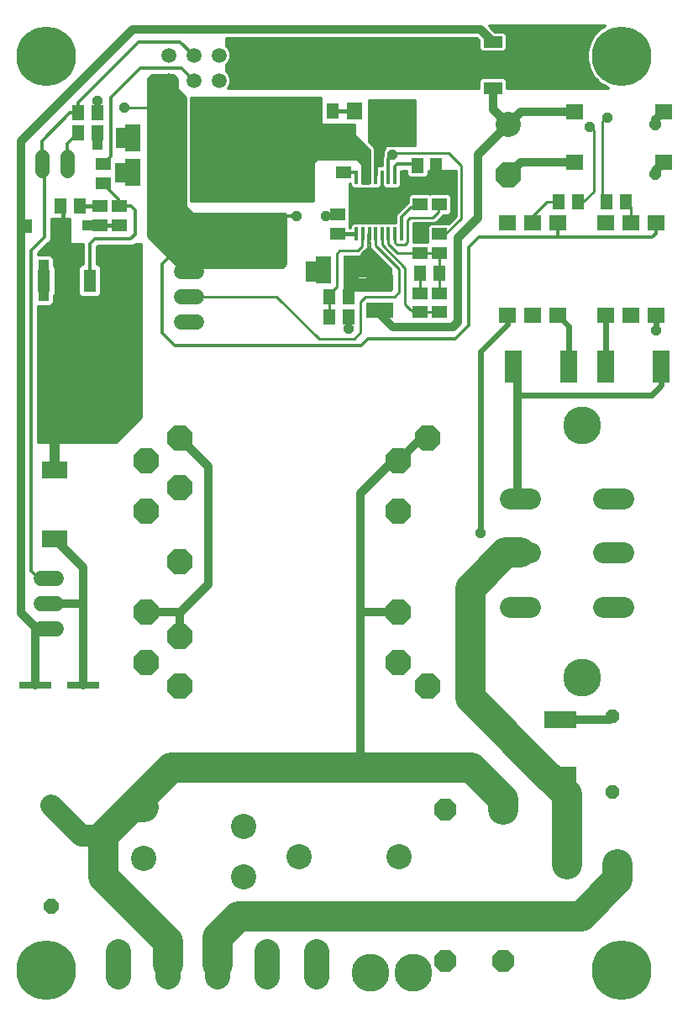
<source format=gtl>
G75*
G70*
%OFA0B0*%
%FSLAX24Y24*%
%IPPOS*%
%LPD*%
%AMOC8*
5,1,8,0,0,1.08239X$1,22.5*
%
%ADD10C,0.1000*%
%ADD11OC8,0.1000*%
%ADD12R,0.0669X0.0591*%
%ADD13R,0.0591X0.0512*%
%ADD14R,0.0512X0.0591*%
%ADD15R,0.0551X0.0551*%
%ADD16R,0.0140X0.0560*%
%ADD17R,0.0800X0.0800*%
%ADD18OC8,0.1181*%
%ADD19R,0.0630X0.1063*%
%ADD20R,0.2165X0.1969*%
%ADD21C,0.0594*%
%ADD22C,0.1000*%
%ADD23OC8,0.0885*%
%ADD24R,0.0630X0.0710*%
%ADD25R,0.1063X0.0630*%
%ADD26C,0.0825*%
%ADD27R,0.0709X0.1260*%
%ADD28R,0.1260X0.0709*%
%ADD29OC8,0.0560*%
%ADD30OC8,0.0760*%
%ADD31C,0.1502*%
%ADD32R,0.0701X0.0598*%
%ADD33R,0.0984X0.0709*%
%ADD34C,0.0594*%
%ADD35R,0.0480X0.0880*%
%ADD36R,0.1417X0.0866*%
%ADD37R,0.1280X0.0300*%
%ADD38R,0.0750X0.0450*%
%ADD39R,0.1250X0.2000*%
%ADD40OC8,0.0600*%
%ADD41C,0.0560*%
%ADD42C,0.1200*%
%ADD43C,0.0320*%
%ADD44C,0.0860*%
%ADD45C,0.0100*%
%ADD46C,0.0070*%
%ADD47C,0.0140*%
%ADD48C,0.0120*%
%ADD49R,0.0396X0.0396*%
%ADD50C,0.0160*%
%ADD51OC8,0.0396*%
%ADD52C,0.2362*%
%ADD53C,0.0240*%
%ADD54C,0.1500*%
%ADD55C,0.0200*%
%ADD56C,0.0400*%
%ADD57OC8,0.0436*%
D10*
X012044Y011426D03*
X012044Y013451D03*
X015981Y012703D03*
X015981Y010678D03*
X018212Y011487D03*
X022149Y011487D03*
X026497Y040528D03*
D11*
X026497Y038528D03*
X023309Y028098D03*
X022137Y027177D03*
X022137Y025177D03*
X022137Y021177D03*
X022137Y019177D03*
X023309Y018256D03*
X013466Y018256D03*
X012137Y019177D03*
X013466Y020224D03*
X012137Y021177D03*
X013466Y023177D03*
X012137Y025177D03*
X013466Y026130D03*
X012137Y027177D03*
X013466Y028098D03*
D12*
X029116Y039023D03*
X029116Y041031D03*
X032659Y041031D03*
X032659Y039023D03*
D13*
X023762Y038101D03*
X023762Y037353D03*
X022987Y037353D03*
X022987Y038101D03*
X022987Y036176D03*
X022987Y035428D03*
X023762Y035428D03*
X023762Y036176D03*
X023762Y033826D03*
X023762Y033078D03*
X022987Y033078D03*
X022987Y033826D03*
X019737Y036203D03*
X019737Y036951D03*
X019962Y038628D03*
X019962Y039376D03*
X011062Y037276D03*
X011062Y036528D03*
X010287Y036528D03*
X010287Y037276D03*
X010437Y038203D03*
X010437Y038951D03*
D14*
X010186Y040202D03*
X009438Y040202D03*
X009438Y040977D03*
X010186Y040977D03*
X009486Y037277D03*
X008738Y037277D03*
X018788Y041052D03*
X019536Y041052D03*
X022888Y038902D03*
X023636Y038902D03*
X023751Y034627D03*
X023003Y034627D03*
X020161Y033677D03*
X020161Y032902D03*
X019413Y032902D03*
X019413Y033677D03*
X028513Y037452D03*
X029261Y037452D03*
X030413Y037452D03*
X031161Y037452D03*
D15*
X021410Y040177D03*
X019914Y040177D03*
X008835Y036502D03*
X007339Y036502D03*
D16*
X020462Y036182D03*
X020722Y036182D03*
X020982Y036182D03*
X021232Y036182D03*
X021492Y036182D03*
X021742Y036182D03*
X022002Y036182D03*
X022262Y036182D03*
X022262Y038422D03*
X022002Y038422D03*
X021742Y038422D03*
X021492Y038422D03*
X021232Y038422D03*
X020982Y038422D03*
X020722Y038422D03*
X020462Y038422D03*
D17*
X021362Y037302D03*
D18*
X021362Y037302D03*
D19*
X020263Y034752D03*
X019161Y034752D03*
X012713Y038627D03*
X011611Y038627D03*
X011611Y040002D03*
X012713Y040002D03*
D20*
X016637Y039400D03*
X016637Y036054D03*
D21*
X014134Y034702D02*
X013540Y034702D01*
X013540Y033702D02*
X014134Y033702D01*
X014134Y032702D02*
X013540Y032702D01*
X008559Y022527D02*
X007965Y022527D01*
X007965Y021527D02*
X008559Y021527D01*
X008559Y020527D02*
X007965Y020527D01*
D22*
X011037Y007727D02*
X011037Y006727D01*
X013006Y006727D02*
X013006Y007727D01*
X014974Y007727D02*
X014974Y006727D01*
X016943Y006727D02*
X016943Y007727D01*
X018911Y007727D02*
X018911Y006727D01*
D23*
X023992Y007362D03*
X026298Y007362D03*
X026298Y013362D03*
X023992Y013362D03*
D24*
X021522Y041052D03*
X020402Y041052D03*
D25*
X021387Y034253D03*
X021387Y033151D03*
D26*
X026550Y025702D02*
X027375Y025702D01*
X027375Y023552D02*
X026550Y023552D01*
X026550Y021402D02*
X027375Y021402D01*
X030250Y021402D02*
X031075Y021402D01*
X031075Y023552D02*
X030250Y023552D01*
X030250Y025702D02*
X031075Y025702D01*
D27*
X030360Y030927D03*
X028890Y030927D03*
X026685Y030927D03*
X032565Y030927D03*
D28*
X028562Y016930D03*
X028562Y014725D03*
D29*
X030637Y014052D03*
X030637Y017052D03*
D30*
X030837Y011202D03*
X028837Y011202D03*
D31*
X029437Y018577D03*
X029437Y028577D03*
D32*
X030362Y032948D03*
X031362Y032948D03*
X032362Y032948D03*
X032362Y036606D03*
X031362Y036606D03*
X030362Y036606D03*
X028462Y036606D03*
X027462Y036606D03*
X026462Y036606D03*
X026462Y032948D03*
X027462Y032948D03*
X028462Y032948D03*
D33*
X008487Y026810D03*
X008487Y024094D03*
D34*
X013025Y042246D03*
X013025Y043246D03*
X014025Y043246D03*
X014025Y042246D03*
X015025Y042246D03*
X015025Y043246D03*
D35*
X009897Y034322D03*
X008987Y034322D03*
X008077Y034322D03*
D36*
X008987Y031882D03*
D37*
X009637Y018302D03*
X007737Y018302D03*
D38*
X025897Y041967D03*
X025897Y042877D03*
X025897Y043787D03*
D39*
X023627Y042877D03*
D40*
X008362Y013527D03*
X008362Y009527D03*
D41*
X007987Y038697D02*
X007987Y039257D01*
X008987Y039257D02*
X008987Y038697D01*
D42*
X024987Y022127D02*
X024987Y017777D01*
X028137Y014627D01*
X028159Y014630D02*
X028837Y013951D01*
X028837Y011202D01*
X030837Y010577D02*
X029387Y009127D01*
X015812Y009127D01*
X015662Y008977D01*
X015512Y008827D01*
X014974Y008289D01*
X014974Y007227D01*
X013006Y007227D02*
X013006Y008109D01*
X010437Y010677D01*
X010437Y012327D01*
X011561Y013451D01*
X013137Y015027D01*
X020612Y015027D01*
X025037Y015027D01*
X026298Y013767D01*
X026298Y013362D01*
X030837Y011202D02*
X030837Y010577D01*
X024987Y022127D02*
X026412Y023552D01*
X026962Y023552D01*
X012044Y013451D02*
X011561Y013451D01*
D43*
X009637Y018302D02*
X009637Y021477D01*
X009587Y021527D01*
X008262Y021527D01*
X008262Y020527D02*
X007787Y020527D01*
X007737Y020577D01*
X007737Y018302D01*
X007737Y020577D02*
X007162Y021152D01*
X007162Y036502D01*
X007162Y039852D01*
X011587Y044277D01*
X025412Y044277D01*
X025902Y043787D01*
X025897Y043787D01*
X025897Y041967D02*
X025897Y041128D01*
X026497Y040528D01*
X027000Y041031D01*
X029116Y041031D01*
X029116Y039023D02*
X026992Y039023D01*
X026497Y038528D01*
X025312Y039327D02*
X026512Y040527D01*
X025312Y039327D02*
X025312Y036827D01*
X024512Y036027D01*
X024512Y032702D01*
X024287Y032477D01*
X021937Y032477D01*
X021312Y033102D01*
X021387Y033202D01*
X021387Y033151D01*
X023059Y028098D02*
X022137Y027177D01*
X021922Y027177D01*
X020647Y025902D01*
X020647Y021102D01*
X020722Y021177D01*
X022137Y021177D01*
X020647Y021102D02*
X020647Y015061D01*
X020612Y015027D01*
X013466Y021156D02*
X014612Y022302D01*
X014612Y026952D01*
X013466Y028098D01*
X008487Y024102D02*
X009637Y022952D01*
X009637Y021477D01*
X008487Y024077D02*
X008487Y024102D01*
X012137Y021177D02*
X013441Y021177D01*
X013466Y021152D01*
X013466Y021156D01*
X013466Y021152D02*
X013466Y020224D01*
X023059Y028098D02*
X023309Y028098D01*
X026685Y030927D02*
X026862Y030750D01*
X026862Y029752D01*
X026862Y025802D01*
X026962Y025702D01*
X028562Y016930D02*
X030515Y016930D01*
X030637Y017052D01*
X028562Y014725D02*
X028562Y014677D01*
X028159Y014630D01*
X028137Y014627D01*
X032337Y038552D02*
X032337Y038702D01*
X032659Y039023D01*
X032337Y040527D02*
X032337Y040710D01*
X032659Y041031D01*
X016637Y039400D02*
X016510Y039400D01*
D44*
X008362Y013527D02*
X009562Y012327D01*
X010437Y012327D01*
D45*
X010937Y027927D02*
X007832Y027927D01*
X007832Y033319D01*
X008347Y033319D01*
X008470Y033442D01*
X008470Y033738D01*
X008527Y033795D01*
X009447Y033795D01*
X009570Y033672D01*
X010224Y033672D01*
X010347Y033795D01*
X011937Y033795D01*
X011937Y033697D02*
X010249Y033697D01*
X010347Y033795D02*
X010347Y034849D01*
X010224Y034972D01*
X010157Y034972D01*
X010157Y035665D01*
X010199Y035707D01*
X011566Y035707D01*
X011665Y035748D01*
X011719Y035802D01*
X011937Y035802D01*
X011937Y028927D01*
X010937Y027927D01*
X010994Y027984D02*
X007832Y027984D01*
X007832Y028082D02*
X011092Y028082D01*
X011191Y028181D02*
X007832Y028181D01*
X007832Y028279D02*
X011289Y028279D01*
X011388Y028378D02*
X007832Y028378D01*
X007832Y028476D02*
X011486Y028476D01*
X011585Y028575D02*
X007832Y028575D01*
X007832Y028673D02*
X011683Y028673D01*
X011782Y028772D02*
X007832Y028772D01*
X007832Y028870D02*
X011880Y028870D01*
X011937Y028969D02*
X007832Y028969D01*
X007832Y029067D02*
X011937Y029067D01*
X011937Y029166D02*
X007832Y029166D01*
X007832Y029264D02*
X011937Y029264D01*
X011937Y029363D02*
X007832Y029363D01*
X007832Y029461D02*
X011937Y029461D01*
X011937Y029560D02*
X007832Y029560D01*
X007832Y029658D02*
X011937Y029658D01*
X011937Y029757D02*
X007832Y029757D01*
X007832Y029855D02*
X011937Y029855D01*
X011937Y029954D02*
X007832Y029954D01*
X007832Y030052D02*
X011937Y030052D01*
X011937Y030151D02*
X007832Y030151D01*
X007832Y030249D02*
X011937Y030249D01*
X011937Y030348D02*
X007832Y030348D01*
X007832Y030446D02*
X011937Y030446D01*
X011937Y030545D02*
X007832Y030545D01*
X007832Y030643D02*
X011937Y030643D01*
X011937Y030742D02*
X007832Y030742D01*
X007832Y030840D02*
X011937Y030840D01*
X011937Y030939D02*
X007832Y030939D01*
X007832Y031037D02*
X011937Y031037D01*
X011937Y031136D02*
X007832Y031136D01*
X007832Y031234D02*
X011937Y031234D01*
X011937Y031333D02*
X007832Y031333D01*
X007832Y031431D02*
X011937Y031431D01*
X011937Y031530D02*
X007832Y031530D01*
X007832Y031628D02*
X011937Y031628D01*
X011937Y031727D02*
X007832Y031727D01*
X007832Y031825D02*
X011937Y031825D01*
X011937Y031924D02*
X007832Y031924D01*
X007832Y032022D02*
X011937Y032022D01*
X011937Y032121D02*
X007832Y032121D01*
X007832Y032219D02*
X011937Y032219D01*
X011937Y032318D02*
X007832Y032318D01*
X007832Y032416D02*
X011937Y032416D01*
X011937Y032515D02*
X007832Y032515D01*
X007832Y032613D02*
X011937Y032613D01*
X011937Y032712D02*
X007832Y032712D01*
X007832Y032810D02*
X011937Y032810D01*
X011937Y032909D02*
X007832Y032909D01*
X007832Y033007D02*
X011937Y033007D01*
X011937Y033106D02*
X007832Y033106D01*
X007832Y033204D02*
X011937Y033204D01*
X011937Y033303D02*
X007832Y033303D01*
X008430Y033401D02*
X011937Y033401D01*
X011937Y033500D02*
X008470Y033500D01*
X008470Y033598D02*
X011937Y033598D01*
X011937Y033894D02*
X010347Y033894D01*
X010347Y033992D02*
X011937Y033992D01*
X011937Y034091D02*
X010347Y034091D01*
X010347Y034189D02*
X011937Y034189D01*
X011937Y034288D02*
X010347Y034288D01*
X010347Y034386D02*
X011937Y034386D01*
X011937Y034485D02*
X010347Y034485D01*
X010347Y034583D02*
X011937Y034583D01*
X011937Y034682D02*
X010347Y034682D01*
X010347Y034780D02*
X011937Y034780D01*
X011937Y034879D02*
X010318Y034879D01*
X010157Y034977D02*
X011937Y034977D01*
X011937Y035076D02*
X010157Y035076D01*
X010157Y035174D02*
X011937Y035174D01*
X011937Y035273D02*
X010157Y035273D01*
X010157Y035371D02*
X011937Y035371D01*
X011937Y035470D02*
X010157Y035470D01*
X010157Y035568D02*
X011937Y035568D01*
X011937Y035667D02*
X010159Y035667D01*
X009617Y035667D02*
X008084Y035667D01*
X008182Y035765D02*
X009617Y035765D01*
X009617Y035802D02*
X009617Y034972D01*
X009570Y034972D01*
X009447Y034849D01*
X009447Y033795D01*
X009447Y033894D02*
X008527Y033894D01*
X008527Y033992D02*
X009447Y033992D01*
X009447Y034091D02*
X008527Y034091D01*
X008527Y034189D02*
X009447Y034189D01*
X009447Y034288D02*
X008527Y034288D01*
X008527Y034386D02*
X009447Y034386D01*
X009447Y034485D02*
X008527Y034485D01*
X008527Y034583D02*
X009447Y034583D01*
X009447Y034682D02*
X008527Y034682D01*
X008527Y034780D02*
X009447Y034780D01*
X009477Y034879D02*
X008498Y034879D01*
X008470Y034906D02*
X008470Y035237D01*
X008347Y035360D01*
X007832Y035360D01*
X007832Y035415D01*
X008240Y035823D01*
X008316Y035899D01*
X008357Y035998D01*
X008357Y036802D01*
X009112Y036802D01*
X009112Y035802D01*
X009617Y035802D01*
X009617Y035568D02*
X007985Y035568D01*
X007887Y035470D02*
X009617Y035470D01*
X009617Y035371D02*
X007832Y035371D01*
X008281Y035864D02*
X009112Y035864D01*
X009112Y035962D02*
X008342Y035962D01*
X008357Y036061D02*
X009112Y036061D01*
X009112Y036159D02*
X008357Y036159D01*
X008357Y036258D02*
X009112Y036258D01*
X009112Y036356D02*
X008357Y036356D01*
X008357Y036455D02*
X009112Y036455D01*
X009112Y036553D02*
X008357Y036553D01*
X008357Y036652D02*
X009112Y036652D01*
X009112Y036750D02*
X008357Y036750D01*
X008435Y035273D02*
X009617Y035273D01*
X009617Y035174D02*
X008470Y035174D01*
X008470Y035076D02*
X009617Y035076D01*
X009617Y034977D02*
X008470Y034977D01*
X008470Y034906D02*
X008527Y034849D01*
X008527Y033795D01*
X008470Y033697D02*
X009546Y033697D01*
X011682Y035765D02*
X011937Y035765D01*
X012229Y036061D02*
X017662Y036061D01*
X017662Y036159D02*
X012212Y036159D01*
X012212Y036077D02*
X012212Y042352D01*
X012362Y042502D01*
X013187Y042502D01*
X013362Y042327D01*
X013362Y041927D01*
X013687Y041602D01*
X013687Y037252D01*
X013962Y036977D01*
X017512Y036977D01*
X017662Y036827D01*
X017662Y034977D01*
X017537Y034852D01*
X013437Y034852D01*
X012212Y036077D01*
X012327Y035962D02*
X017662Y035962D01*
X017662Y035864D02*
X012426Y035864D01*
X012524Y035765D02*
X017662Y035765D01*
X017662Y035667D02*
X012623Y035667D01*
X012721Y035568D02*
X017662Y035568D01*
X017662Y035470D02*
X012820Y035470D01*
X012918Y035371D02*
X017662Y035371D01*
X017662Y035273D02*
X013017Y035273D01*
X013115Y035174D02*
X017662Y035174D01*
X017662Y035076D02*
X013214Y035076D01*
X013312Y034977D02*
X017662Y034977D01*
X017564Y034879D02*
X013411Y034879D01*
X013837Y033702D02*
X017312Y033702D01*
X018987Y032027D01*
X020387Y032027D01*
X020637Y032277D01*
X020637Y033502D01*
X020837Y033702D01*
X021987Y033702D01*
X022162Y033877D01*
X022162Y034777D01*
X021232Y035707D01*
X021232Y036182D01*
X021237Y036182D01*
X021492Y036182D02*
X021492Y035747D01*
X022412Y034827D01*
X022412Y033402D01*
X022611Y033203D01*
X022612Y033202D02*
X022736Y033078D01*
X022987Y033078D01*
X023762Y033078D01*
X023762Y033826D02*
X023762Y034651D01*
X023751Y034627D01*
X023762Y034703D01*
X023762Y035428D01*
X022987Y035428D01*
X022111Y035428D01*
X021742Y035797D01*
X021742Y036182D01*
X022002Y036182D02*
X022002Y035837D01*
X022087Y035752D01*
X022412Y035752D01*
X022512Y035852D01*
X022512Y036727D01*
X022612Y036827D01*
X023512Y036827D01*
X023737Y037052D01*
X023762Y037353D01*
X023930Y036927D02*
X024128Y036927D01*
X024228Y037027D01*
X024228Y037679D01*
X024128Y037779D01*
X023397Y037779D01*
X023375Y037757D01*
X023353Y037779D01*
X022622Y037779D01*
X022522Y037679D01*
X022522Y037437D01*
X022407Y037322D01*
X022032Y036947D01*
X020212Y036947D01*
X020212Y036849D02*
X022032Y036849D01*
X022032Y036947D02*
X022032Y036632D01*
X020322Y036632D01*
X020222Y036533D01*
X020222Y036427D01*
X020212Y036427D01*
X020212Y038177D01*
X020222Y038177D01*
X020222Y038072D01*
X020322Y037972D01*
X021373Y037972D01*
X021472Y038072D01*
X021472Y038177D01*
X021502Y038177D01*
X021502Y038072D01*
X021602Y037972D01*
X022143Y037972D01*
X022242Y038072D01*
X022242Y038177D01*
X022312Y038177D01*
X022312Y038677D01*
X022462Y038677D01*
X022462Y038536D01*
X022562Y038437D01*
X023215Y038437D01*
X023314Y038536D01*
X023314Y038677D01*
X024417Y038677D01*
X024417Y036893D01*
X024126Y036602D01*
X023397Y036602D01*
X023297Y036503D01*
X023297Y035854D01*
X022732Y035854D01*
X022732Y036607D01*
X023603Y036607D01*
X023886Y036890D01*
X023930Y036927D01*
X023845Y036849D02*
X024373Y036849D01*
X024417Y036947D02*
X024148Y036947D01*
X024228Y037046D02*
X024417Y037046D01*
X024417Y037144D02*
X024228Y037144D01*
X024228Y037243D02*
X024417Y037243D01*
X024417Y037341D02*
X024228Y037341D01*
X024228Y037440D02*
X024417Y037440D01*
X024417Y037538D02*
X024228Y037538D01*
X024228Y037637D02*
X024417Y037637D01*
X024417Y037735D02*
X024172Y037735D01*
X024417Y037834D02*
X020212Y037834D01*
X020212Y037932D02*
X024417Y037932D01*
X024417Y038031D02*
X022201Y038031D01*
X022242Y038129D02*
X024417Y038129D01*
X024417Y038228D02*
X022312Y038228D01*
X022312Y038326D02*
X024417Y038326D01*
X024417Y038425D02*
X022312Y038425D01*
X022312Y038523D02*
X022476Y038523D01*
X022462Y038622D02*
X022312Y038622D01*
X021912Y039302D02*
X022012Y039402D01*
X024137Y039402D01*
X024637Y038902D01*
X024637Y036802D01*
X024012Y036177D01*
X023812Y036177D01*
X023787Y036152D01*
X023297Y036159D02*
X022732Y036159D01*
X022732Y036061D02*
X023297Y036061D01*
X023297Y035962D02*
X022732Y035962D01*
X022732Y035864D02*
X023297Y035864D01*
X023297Y036258D02*
X022732Y036258D01*
X022732Y036356D02*
X023297Y036356D01*
X023297Y036455D02*
X022732Y036455D01*
X022732Y036553D02*
X023348Y036553D01*
X023648Y036652D02*
X024176Y036652D01*
X024274Y036750D02*
X023746Y036750D01*
X022522Y037440D02*
X020212Y037440D01*
X020212Y037538D02*
X022522Y037538D01*
X022522Y037637D02*
X020212Y037637D01*
X020212Y037735D02*
X022578Y037735D01*
X022426Y037341D02*
X020212Y037341D01*
X020212Y037243D02*
X022328Y037243D01*
X022229Y037144D02*
X020212Y037144D01*
X020212Y037046D02*
X022131Y037046D01*
X022032Y036750D02*
X020212Y036750D01*
X020212Y036652D02*
X022032Y036652D01*
X021543Y038031D02*
X021431Y038031D01*
X021472Y038129D02*
X021502Y038129D01*
X021252Y038527D02*
X021222Y038527D01*
X021222Y038773D01*
X021212Y038783D01*
X021212Y039602D01*
X020962Y039852D01*
X020962Y041502D01*
X022812Y041502D01*
X022812Y039702D01*
X021612Y039702D01*
X021612Y039548D01*
X021544Y039480D01*
X021544Y039298D01*
X021539Y039293D01*
X021502Y039205D01*
X021502Y038902D01*
X021312Y038902D01*
X021262Y038852D01*
X021262Y038783D01*
X021252Y038773D01*
X021252Y038527D01*
X021252Y038622D02*
X021222Y038622D01*
X021222Y038720D02*
X021252Y038720D01*
X021262Y038819D02*
X021212Y038819D01*
X021212Y038917D02*
X021502Y038917D01*
X021502Y039016D02*
X021212Y039016D01*
X021212Y039114D02*
X021502Y039114D01*
X021506Y039213D02*
X021212Y039213D01*
X021212Y039311D02*
X021544Y039311D01*
X021544Y039410D02*
X021212Y039410D01*
X021212Y039508D02*
X021573Y039508D01*
X021612Y039607D02*
X021208Y039607D01*
X021109Y039705D02*
X022812Y039705D01*
X022812Y039804D02*
X021011Y039804D01*
X020962Y039902D02*
X022812Y039902D01*
X022812Y040001D02*
X020962Y040001D01*
X020962Y040099D02*
X022812Y040099D01*
X022812Y040198D02*
X020962Y040198D01*
X020962Y040296D02*
X022812Y040296D01*
X022812Y040395D02*
X020962Y040395D01*
X020962Y040493D02*
X022812Y040493D01*
X022812Y040592D02*
X020962Y040592D01*
X020962Y040690D02*
X022812Y040690D01*
X022812Y040789D02*
X020962Y040789D01*
X020962Y040887D02*
X022812Y040887D01*
X022812Y040986D02*
X020962Y040986D01*
X020962Y041084D02*
X022812Y041084D01*
X022812Y041183D02*
X020962Y041183D01*
X020962Y041281D02*
X022812Y041281D01*
X022812Y041380D02*
X020962Y041380D01*
X020962Y041478D02*
X022812Y041478D01*
X020883Y039607D02*
X013912Y039607D01*
X013912Y039705D02*
X020784Y039705D01*
X020686Y039804D02*
X013912Y039804D01*
X013912Y039902D02*
X020587Y039902D01*
X020489Y040001D02*
X013912Y040001D01*
X013912Y040099D02*
X020390Y040099D01*
X020387Y040102D02*
X020987Y039502D01*
X020987Y038977D01*
X020962Y038952D01*
X020962Y038202D01*
X020712Y038202D01*
X020712Y038952D01*
X020512Y039152D01*
X018887Y039152D01*
X018762Y039027D01*
X018762Y037477D01*
X013912Y037477D01*
X013912Y041602D01*
X019062Y041602D01*
X019062Y040527D01*
X020387Y040527D01*
X020387Y040102D01*
X020387Y040198D02*
X013912Y040198D01*
X013912Y040296D02*
X020387Y040296D01*
X020387Y040395D02*
X013912Y040395D01*
X013912Y040493D02*
X020387Y040493D01*
X020981Y039508D02*
X013912Y039508D01*
X013912Y039410D02*
X020987Y039410D01*
X020987Y039311D02*
X013912Y039311D01*
X013912Y039213D02*
X020987Y039213D01*
X020987Y039114D02*
X020550Y039114D01*
X020649Y039016D02*
X020987Y039016D01*
X020962Y038917D02*
X020712Y038917D01*
X020712Y038819D02*
X020962Y038819D01*
X020962Y038720D02*
X020712Y038720D01*
X020712Y038622D02*
X020962Y038622D01*
X020962Y038523D02*
X020712Y038523D01*
X020712Y038425D02*
X020962Y038425D01*
X020962Y038326D02*
X020712Y038326D01*
X020712Y038228D02*
X020962Y038228D01*
X020263Y038031D02*
X020212Y038031D01*
X020212Y038129D02*
X020222Y038129D01*
X020212Y036553D02*
X020243Y036553D01*
X020222Y036455D02*
X020212Y036455D01*
X020712Y036202D02*
X020712Y036182D01*
X020712Y035702D01*
X020537Y035527D01*
X019812Y035527D01*
X019687Y035402D01*
X019687Y034077D01*
X019413Y033803D01*
X019413Y033677D01*
X019413Y032902D01*
X020161Y032902D02*
X020162Y032901D01*
X020162Y032427D01*
X019161Y034752D02*
X019036Y034877D01*
X018662Y034877D01*
X017662Y036258D02*
X012212Y036258D01*
X012212Y036356D02*
X017662Y036356D01*
X017662Y036455D02*
X012212Y036455D01*
X012212Y036553D02*
X017662Y036553D01*
X017662Y036652D02*
X012212Y036652D01*
X012212Y036750D02*
X017662Y036750D01*
X017641Y036849D02*
X012212Y036849D01*
X012212Y036947D02*
X017542Y036947D01*
X018762Y037538D02*
X013912Y037538D01*
X013912Y037637D02*
X018762Y037637D01*
X018762Y037735D02*
X013912Y037735D01*
X013912Y037834D02*
X018762Y037834D01*
X018762Y037932D02*
X013912Y037932D01*
X013912Y038031D02*
X018762Y038031D01*
X018762Y038129D02*
X013912Y038129D01*
X013912Y038228D02*
X018762Y038228D01*
X018762Y038326D02*
X013912Y038326D01*
X013912Y038425D02*
X018762Y038425D01*
X018762Y038523D02*
X013912Y038523D01*
X013912Y038622D02*
X018762Y038622D01*
X018762Y038720D02*
X013912Y038720D01*
X013912Y038819D02*
X018762Y038819D01*
X018762Y038917D02*
X013912Y038917D01*
X013912Y039016D02*
X018762Y039016D01*
X018849Y039114D02*
X013912Y039114D01*
X013687Y039114D02*
X012212Y039114D01*
X012212Y039016D02*
X013687Y039016D01*
X013687Y038917D02*
X012212Y038917D01*
X012212Y038819D02*
X013687Y038819D01*
X013687Y038720D02*
X012212Y038720D01*
X012212Y038622D02*
X013687Y038622D01*
X013687Y038523D02*
X012212Y038523D01*
X012212Y038425D02*
X013687Y038425D01*
X013687Y038326D02*
X012212Y038326D01*
X012212Y038228D02*
X013687Y038228D01*
X013687Y038129D02*
X012212Y038129D01*
X012212Y038031D02*
X013687Y038031D01*
X013687Y037932D02*
X012212Y037932D01*
X012212Y037834D02*
X013687Y037834D01*
X013687Y037735D02*
X012212Y037735D01*
X012212Y037637D02*
X013687Y037637D01*
X013687Y037538D02*
X012212Y037538D01*
X012212Y037440D02*
X013687Y037440D01*
X013687Y037341D02*
X012212Y037341D01*
X012212Y037243D02*
X013697Y037243D01*
X013795Y037144D02*
X012212Y037144D01*
X012212Y037046D02*
X013894Y037046D01*
X013687Y039213D02*
X012212Y039213D01*
X012212Y039311D02*
X013687Y039311D01*
X013687Y039410D02*
X012212Y039410D01*
X012212Y039508D02*
X013687Y039508D01*
X013687Y039607D02*
X012212Y039607D01*
X012212Y039705D02*
X013687Y039705D01*
X013687Y039804D02*
X012212Y039804D01*
X012212Y039902D02*
X013687Y039902D01*
X013687Y040001D02*
X012212Y040001D01*
X012212Y040099D02*
X013687Y040099D01*
X013687Y040198D02*
X012212Y040198D01*
X012212Y040296D02*
X013687Y040296D01*
X013687Y040395D02*
X012212Y040395D01*
X012212Y040493D02*
X013687Y040493D01*
X013687Y040592D02*
X012212Y040592D01*
X012212Y040690D02*
X013687Y040690D01*
X013687Y040789D02*
X012212Y040789D01*
X012212Y040887D02*
X013687Y040887D01*
X013687Y040986D02*
X012212Y040986D01*
X012212Y041084D02*
X013687Y041084D01*
X013687Y041183D02*
X012212Y041183D01*
X012212Y041281D02*
X013687Y041281D01*
X013687Y041380D02*
X012212Y041380D01*
X012212Y041478D02*
X013687Y041478D01*
X013687Y041577D02*
X012212Y041577D01*
X012212Y041675D02*
X013614Y041675D01*
X013516Y041774D02*
X012212Y041774D01*
X012212Y041872D02*
X013417Y041872D01*
X013362Y041971D02*
X012212Y041971D01*
X012212Y042069D02*
X013362Y042069D01*
X013362Y042168D02*
X012212Y042168D01*
X012212Y042266D02*
X013362Y042266D01*
X013325Y042365D02*
X012225Y042365D01*
X012323Y042463D02*
X013226Y042463D01*
X013912Y041577D02*
X019062Y041577D01*
X019062Y041478D02*
X013912Y041478D01*
X013912Y041380D02*
X019062Y041380D01*
X019062Y041281D02*
X013912Y041281D01*
X013912Y041183D02*
X019062Y041183D01*
X019062Y041084D02*
X013912Y041084D01*
X013912Y040986D02*
X019062Y040986D01*
X019062Y040887D02*
X013912Y040887D01*
X013912Y040789D02*
X019062Y040789D01*
X019062Y040690D02*
X013912Y040690D01*
X013912Y040592D02*
X019062Y040592D01*
X020712Y036182D02*
X020722Y036182D01*
X023003Y034627D02*
X023013Y033902D01*
X022987Y033826D01*
X023301Y038523D02*
X024417Y038523D01*
X024417Y038622D02*
X023314Y038622D01*
X027462Y036877D02*
X027462Y036606D01*
X027462Y036877D02*
X028038Y037453D01*
X028513Y037452D01*
X029261Y037452D02*
X029287Y037478D01*
X029513Y037478D01*
X029887Y037852D01*
X029887Y040277D01*
X029737Y040427D01*
X030237Y040652D02*
X030437Y040802D01*
X030237Y040652D02*
X030237Y037627D01*
X030412Y037452D01*
X030413Y037452D01*
X031161Y037452D02*
X031362Y037251D01*
X031362Y036606D01*
X012637Y041152D02*
X012587Y041202D01*
X011262Y041202D01*
X010187Y040978D02*
X010186Y040977D01*
X010187Y040978D02*
X010187Y041452D01*
D46*
X019987Y035277D02*
X019987Y033927D01*
X021862Y033927D01*
X021862Y034787D01*
X021027Y035622D01*
X021027Y035818D01*
X021007Y035838D01*
X021007Y036177D01*
X020947Y036177D01*
X020947Y035838D01*
X020917Y035808D01*
X020917Y035617D01*
X020742Y035442D01*
X020662Y035362D01*
X021288Y035362D01*
X021356Y035293D02*
X020662Y035293D01*
X020662Y035277D02*
X020662Y035362D01*
X020662Y035277D02*
X019987Y035277D01*
X019987Y035225D02*
X021425Y035225D01*
X021493Y035156D02*
X019987Y035156D01*
X019987Y035088D02*
X021562Y035088D01*
X021630Y035019D02*
X019987Y035019D01*
X019987Y034951D02*
X021699Y034951D01*
X021767Y034882D02*
X019987Y034882D01*
X019987Y034814D02*
X021836Y034814D01*
X021862Y034745D02*
X019987Y034745D01*
X019987Y034677D02*
X021862Y034677D01*
X021862Y034608D02*
X019987Y034608D01*
X019987Y034540D02*
X021862Y034540D01*
X021862Y034471D02*
X019987Y034471D01*
X019987Y034403D02*
X021862Y034403D01*
X021862Y034334D02*
X019987Y034334D01*
X019987Y034266D02*
X021862Y034266D01*
X021862Y034197D02*
X019987Y034197D01*
X019987Y034129D02*
X021862Y034129D01*
X021862Y034060D02*
X019987Y034060D01*
X019987Y033992D02*
X021862Y033992D01*
X021219Y035430D02*
X020730Y035430D01*
X020799Y035499D02*
X021151Y035499D01*
X021082Y035567D02*
X020867Y035567D01*
X020917Y035636D02*
X021027Y035636D01*
X021027Y035704D02*
X020917Y035704D01*
X020917Y035773D02*
X021027Y035773D01*
X021007Y035841D02*
X020947Y035841D01*
X020947Y035910D02*
X021007Y035910D01*
X021007Y035978D02*
X020947Y035978D01*
X020947Y036047D02*
X021007Y036047D01*
X021007Y036115D02*
X020947Y036115D01*
D47*
X020462Y036182D02*
X020392Y036182D01*
X020387Y036177D01*
X020462Y038422D02*
X020462Y038602D01*
X020436Y038628D01*
X019962Y038628D01*
X020722Y038422D02*
X020722Y039137D01*
X020737Y039152D01*
X021232Y038847D02*
X021312Y038927D01*
X021232Y038847D02*
X021232Y038422D01*
X021742Y038422D02*
X021742Y039157D01*
X021912Y039327D01*
D48*
X022112Y038952D02*
X022838Y038952D01*
X022888Y038902D01*
X022112Y038952D02*
X022002Y038842D01*
X022002Y038422D01*
X020982Y038422D02*
X020982Y038982D01*
X019737Y036951D02*
X019262Y036902D01*
X018087Y036902D02*
X017312Y036902D01*
X016462Y036052D01*
X016437Y036052D02*
X016412Y036027D01*
X016387Y036052D01*
X016637Y036054D01*
X016412Y036027D02*
X015862Y035477D01*
X015662Y035477D01*
X015687Y035452D01*
X013187Y035427D02*
X012762Y035002D01*
X012762Y032252D01*
X013262Y031752D01*
X020662Y031752D01*
X020937Y032027D01*
X024412Y032027D01*
X024937Y032552D01*
X024937Y035652D01*
X025337Y036052D01*
X028462Y036052D01*
X028462Y036606D01*
X028462Y036052D02*
X032212Y036052D01*
X032362Y036202D01*
X032362Y036602D01*
X030479Y041952D02*
X026452Y041952D01*
X026452Y042267D01*
X026347Y042372D01*
X025448Y042372D01*
X025342Y042267D01*
X025342Y041952D01*
X015405Y041952D01*
X015429Y041976D01*
X015502Y042152D01*
X015502Y042341D01*
X015429Y042517D01*
X015337Y042608D01*
X015337Y042885D01*
X015429Y042976D01*
X015502Y043152D01*
X015502Y043341D01*
X015429Y043517D01*
X015337Y043608D01*
X015337Y043937D01*
X025271Y043937D01*
X025342Y043866D01*
X025342Y043488D01*
X025448Y043382D01*
X026347Y043382D01*
X026452Y043488D01*
X026452Y044087D01*
X026347Y044192D01*
X025978Y044192D01*
X025753Y044418D01*
X030345Y044418D01*
X030161Y044312D01*
X029908Y044058D01*
X029729Y043748D01*
X029636Y043402D01*
X029636Y043043D01*
X029729Y042697D01*
X029908Y042387D01*
X030161Y042133D01*
X030472Y041954D01*
X030479Y041952D01*
X030316Y042044D02*
X026452Y042044D01*
X026452Y042162D02*
X030132Y042162D01*
X030014Y042281D02*
X026438Y042281D01*
X025356Y042281D02*
X015502Y042281D01*
X015502Y042162D02*
X025342Y042162D01*
X025342Y042044D02*
X015457Y042044D01*
X015478Y042399D02*
X029901Y042399D01*
X029832Y042518D02*
X015428Y042518D01*
X015337Y042636D02*
X029764Y042636D01*
X029713Y042755D02*
X015337Y042755D01*
X015337Y042873D02*
X029682Y042873D01*
X029650Y042992D02*
X015435Y042992D01*
X015484Y043110D02*
X029636Y043110D01*
X029636Y043229D02*
X015502Y043229D01*
X015499Y043347D02*
X029636Y043347D01*
X029653Y043466D02*
X026430Y043466D01*
X026452Y043584D02*
X029685Y043584D01*
X029717Y043703D02*
X026452Y043703D01*
X026452Y043821D02*
X029771Y043821D01*
X029840Y043940D02*
X026452Y043940D01*
X026452Y044058D02*
X029908Y044058D01*
X030027Y044177D02*
X026362Y044177D01*
X025875Y044295D02*
X030145Y044295D01*
X030338Y044414D02*
X025757Y044414D01*
X025342Y043821D02*
X015337Y043821D01*
X015337Y043703D02*
X025342Y043703D01*
X025342Y043584D02*
X015361Y043584D01*
X015450Y043466D02*
X025364Y043466D01*
X022987Y037252D02*
X022962Y037227D01*
X022637Y037227D01*
X022262Y036852D01*
X022262Y036182D01*
X014025Y042246D02*
X013519Y042752D01*
X011912Y042752D01*
X010737Y041577D01*
X010737Y039251D01*
X010437Y038951D01*
X010187Y039727D02*
X010187Y040201D01*
X010186Y040202D01*
X009438Y040202D02*
X008987Y039751D01*
X008987Y038977D01*
X008087Y038877D02*
X007987Y038977D01*
X007987Y039852D01*
X009113Y040978D01*
X009437Y040978D01*
X009438Y040977D01*
X009437Y040978D02*
X009437Y041402D01*
X011837Y043802D01*
X013469Y043802D01*
X014025Y043246D01*
X011611Y040002D02*
X011411Y039802D01*
X011137Y039802D01*
X011611Y038627D02*
X011436Y038427D01*
X011112Y038427D01*
X010437Y038203D02*
X010437Y038152D01*
X011037Y037552D01*
X011037Y037301D01*
X011062Y037276D01*
X011538Y037276D01*
X011687Y037127D01*
X011687Y036152D01*
X011512Y035977D01*
X010087Y035977D01*
X009887Y035777D01*
X009887Y034332D01*
X009897Y034322D01*
X009897Y034487D01*
X008087Y036052D02*
X008087Y038877D01*
X007339Y036502D02*
X007162Y036502D01*
X008087Y036052D02*
X007562Y035527D01*
X007562Y022827D01*
X007862Y022527D01*
X008262Y022527D01*
X010437Y038203D02*
X010412Y038253D01*
D49*
X011112Y038427D03*
X011112Y038802D03*
X011137Y039802D03*
X011137Y040177D03*
X010187Y039727D03*
X009812Y036527D03*
X008062Y034952D03*
X008062Y033727D03*
X008387Y032602D03*
X008787Y032602D03*
X009187Y032602D03*
X009587Y032602D03*
X009587Y031302D03*
X009187Y031302D03*
X008787Y031302D03*
X008387Y031302D03*
X014587Y040827D03*
X015187Y040827D03*
X015787Y040827D03*
X016387Y040827D03*
X016987Y040827D03*
X017587Y040827D03*
X018187Y040827D03*
X020587Y037697D03*
X020587Y037302D03*
X020587Y036907D03*
X022137Y037377D03*
X022137Y037747D03*
X022662Y042102D03*
X022662Y042502D03*
X022662Y042902D03*
X022662Y043302D03*
X024662Y043302D03*
X024662Y042902D03*
X024662Y042502D03*
X024662Y042102D03*
X018662Y034877D03*
X018662Y034502D03*
D50*
X019762Y036177D02*
X019737Y036202D01*
X019762Y036177D02*
X020387Y036177D01*
X020402Y041052D02*
X019536Y041052D01*
X015662Y035477D02*
X015487Y035302D01*
X011062Y036528D02*
X010287Y036528D01*
X010286Y036527D01*
X009812Y036527D01*
X009486Y037277D02*
X010286Y037277D01*
X010287Y037276D01*
X008835Y037180D02*
X008835Y036502D01*
X008835Y037180D02*
X008738Y037277D01*
X008077Y034322D02*
X008062Y034322D01*
X008062Y033727D01*
D51*
X010187Y041452D03*
X011262Y041202D03*
X018087Y036902D03*
X019262Y036902D03*
X021912Y039327D03*
X020162Y032427D03*
X025387Y024327D03*
X032362Y032352D03*
X029737Y040427D03*
X030437Y040802D03*
D52*
X008162Y007002D03*
X030997Y007002D03*
X030997Y043222D03*
X008162Y043222D03*
D53*
X025387Y031527D02*
X025387Y024327D01*
X026862Y029752D02*
X026912Y029802D01*
X032187Y029802D01*
X032565Y030180D01*
X032565Y030927D01*
X032362Y032352D02*
X032362Y032948D01*
X030360Y032855D02*
X030360Y030927D01*
X028890Y030927D02*
X028890Y032521D01*
X028462Y032948D01*
X030337Y032877D02*
X030360Y032855D01*
X026462Y032948D02*
X026462Y032602D01*
X025387Y031527D01*
D54*
X022737Y006877D03*
X021037Y006877D03*
D55*
X030335Y032871D02*
X030362Y032948D01*
D56*
X009012Y031902D02*
X008487Y031377D01*
X008487Y026810D01*
D57*
X032337Y038552D03*
X032337Y040527D03*
M02*

</source>
